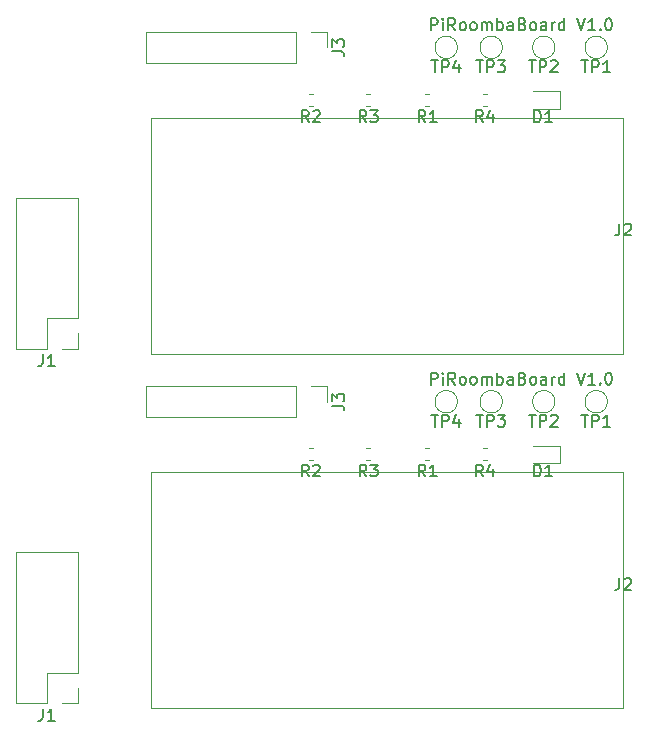
<source format=gto>
G04 #@! TF.GenerationSoftware,KiCad,Pcbnew,(5.1.4-0)*
G04 #@! TF.CreationDate,2019-09-26T23:54:48+09:00*
G04 #@! TF.ProjectId,PiRoombaBoard_ALL,5069526f-6f6d-4626-9142-6f6172645f41,1*
G04 #@! TF.SameCoordinates,PX490d2c0PY808e280*
G04 #@! TF.FileFunction,Legend,Top*
G04 #@! TF.FilePolarity,Positive*
%FSLAX46Y46*%
G04 Gerber Fmt 4.6, Leading zero omitted, Abs format (unit mm)*
G04 Created by KiCad (PCBNEW (5.1.4-0)) date 2019-09-26 23:54:48*
%MOMM*%
%LPD*%
G04 APERTURE LIST*
%ADD10C,0.150000*%
%ADD11C,0.120000*%
G04 APERTURE END LIST*
D10*
X36807142Y58122620D02*
X36807142Y59122620D01*
X37188095Y59122620D01*
X37283333Y59075000D01*
X37330952Y59027381D01*
X37378571Y58932143D01*
X37378571Y58789286D01*
X37330952Y58694048D01*
X37283333Y58646429D01*
X37188095Y58598810D01*
X36807142Y58598810D01*
X37807142Y58122620D02*
X37807142Y58789286D01*
X37807142Y59122620D02*
X37759523Y59075000D01*
X37807142Y59027381D01*
X37854761Y59075000D01*
X37807142Y59122620D01*
X37807142Y59027381D01*
X38854761Y58122620D02*
X38521428Y58598810D01*
X38283333Y58122620D02*
X38283333Y59122620D01*
X38664285Y59122620D01*
X38759523Y59075000D01*
X38807142Y59027381D01*
X38854761Y58932143D01*
X38854761Y58789286D01*
X38807142Y58694048D01*
X38759523Y58646429D01*
X38664285Y58598810D01*
X38283333Y58598810D01*
X39426190Y58122620D02*
X39330952Y58170239D01*
X39283333Y58217858D01*
X39235714Y58313096D01*
X39235714Y58598810D01*
X39283333Y58694048D01*
X39330952Y58741667D01*
X39426190Y58789286D01*
X39569047Y58789286D01*
X39664285Y58741667D01*
X39711904Y58694048D01*
X39759523Y58598810D01*
X39759523Y58313096D01*
X39711904Y58217858D01*
X39664285Y58170239D01*
X39569047Y58122620D01*
X39426190Y58122620D01*
X40330952Y58122620D02*
X40235714Y58170239D01*
X40188095Y58217858D01*
X40140476Y58313096D01*
X40140476Y58598810D01*
X40188095Y58694048D01*
X40235714Y58741667D01*
X40330952Y58789286D01*
X40473809Y58789286D01*
X40569047Y58741667D01*
X40616666Y58694048D01*
X40664285Y58598810D01*
X40664285Y58313096D01*
X40616666Y58217858D01*
X40569047Y58170239D01*
X40473809Y58122620D01*
X40330952Y58122620D01*
X41092857Y58122620D02*
X41092857Y58789286D01*
X41092857Y58694048D02*
X41140476Y58741667D01*
X41235714Y58789286D01*
X41378571Y58789286D01*
X41473809Y58741667D01*
X41521428Y58646429D01*
X41521428Y58122620D01*
X41521428Y58646429D02*
X41569047Y58741667D01*
X41664285Y58789286D01*
X41807142Y58789286D01*
X41902380Y58741667D01*
X41950000Y58646429D01*
X41950000Y58122620D01*
X42426190Y58122620D02*
X42426190Y59122620D01*
X42426190Y58741667D02*
X42521428Y58789286D01*
X42711904Y58789286D01*
X42807142Y58741667D01*
X42854761Y58694048D01*
X42902380Y58598810D01*
X42902380Y58313096D01*
X42854761Y58217858D01*
X42807142Y58170239D01*
X42711904Y58122620D01*
X42521428Y58122620D01*
X42426190Y58170239D01*
X43759523Y58122620D02*
X43759523Y58646429D01*
X43711904Y58741667D01*
X43616666Y58789286D01*
X43426190Y58789286D01*
X43330952Y58741667D01*
X43759523Y58170239D02*
X43664285Y58122620D01*
X43426190Y58122620D01*
X43330952Y58170239D01*
X43283333Y58265477D01*
X43283333Y58360715D01*
X43330952Y58455953D01*
X43426190Y58503572D01*
X43664285Y58503572D01*
X43759523Y58551191D01*
X44569047Y58646429D02*
X44711904Y58598810D01*
X44759523Y58551191D01*
X44807142Y58455953D01*
X44807142Y58313096D01*
X44759523Y58217858D01*
X44711904Y58170239D01*
X44616666Y58122620D01*
X44235714Y58122620D01*
X44235714Y59122620D01*
X44569047Y59122620D01*
X44664285Y59075000D01*
X44711904Y59027381D01*
X44759523Y58932143D01*
X44759523Y58836905D01*
X44711904Y58741667D01*
X44664285Y58694048D01*
X44569047Y58646429D01*
X44235714Y58646429D01*
X45378571Y58122620D02*
X45283333Y58170239D01*
X45235714Y58217858D01*
X45188095Y58313096D01*
X45188095Y58598810D01*
X45235714Y58694048D01*
X45283333Y58741667D01*
X45378571Y58789286D01*
X45521428Y58789286D01*
X45616666Y58741667D01*
X45664285Y58694048D01*
X45711904Y58598810D01*
X45711904Y58313096D01*
X45664285Y58217858D01*
X45616666Y58170239D01*
X45521428Y58122620D01*
X45378571Y58122620D01*
X46569047Y58122620D02*
X46569047Y58646429D01*
X46521428Y58741667D01*
X46426190Y58789286D01*
X46235714Y58789286D01*
X46140476Y58741667D01*
X46569047Y58170239D02*
X46473809Y58122620D01*
X46235714Y58122620D01*
X46140476Y58170239D01*
X46092857Y58265477D01*
X46092857Y58360715D01*
X46140476Y58455953D01*
X46235714Y58503572D01*
X46473809Y58503572D01*
X46569047Y58551191D01*
X47045238Y58122620D02*
X47045238Y58789286D01*
X47045238Y58598810D02*
X47092857Y58694048D01*
X47140476Y58741667D01*
X47235714Y58789286D01*
X47330952Y58789286D01*
X48092857Y58122620D02*
X48092857Y59122620D01*
X48092857Y58170239D02*
X47997619Y58122620D01*
X47807142Y58122620D01*
X47711904Y58170239D01*
X47664285Y58217858D01*
X47616666Y58313096D01*
X47616666Y58598810D01*
X47664285Y58694048D01*
X47711904Y58741667D01*
X47807142Y58789286D01*
X47997619Y58789286D01*
X48092857Y58741667D01*
X49188095Y59122620D02*
X49521428Y58122620D01*
X49854761Y59122620D01*
X50711904Y58122620D02*
X50140476Y58122620D01*
X50426190Y58122620D02*
X50426190Y59122620D01*
X50330952Y58979762D01*
X50235714Y58884524D01*
X50140476Y58836905D01*
X51140476Y58217858D02*
X51188095Y58170239D01*
X51140476Y58122620D01*
X51092857Y58170239D01*
X51140476Y58217858D01*
X51140476Y58122620D01*
X51807142Y59122620D02*
X51902380Y59122620D01*
X51997619Y59075000D01*
X52045238Y59027381D01*
X52092857Y58932143D01*
X52140476Y58741667D01*
X52140476Y58503572D01*
X52092857Y58313096D01*
X52045238Y58217858D01*
X51997619Y58170239D01*
X51902380Y58122620D01*
X51807142Y58122620D01*
X51711904Y58170239D01*
X51664285Y58217858D01*
X51616666Y58313096D01*
X51569047Y58503572D01*
X51569047Y58741667D01*
X51616666Y58932143D01*
X51664285Y59027381D01*
X51711904Y59075000D01*
X51807142Y59122620D01*
X36807142Y28122620D02*
X36807142Y29122620D01*
X37188095Y29122620D01*
X37283333Y29075000D01*
X37330952Y29027381D01*
X37378571Y28932143D01*
X37378571Y28789286D01*
X37330952Y28694048D01*
X37283333Y28646429D01*
X37188095Y28598810D01*
X36807142Y28598810D01*
X37807142Y28122620D02*
X37807142Y28789286D01*
X37807142Y29122620D02*
X37759523Y29075000D01*
X37807142Y29027381D01*
X37854761Y29075000D01*
X37807142Y29122620D01*
X37807142Y29027381D01*
X38854761Y28122620D02*
X38521428Y28598810D01*
X38283333Y28122620D02*
X38283333Y29122620D01*
X38664285Y29122620D01*
X38759523Y29075000D01*
X38807142Y29027381D01*
X38854761Y28932143D01*
X38854761Y28789286D01*
X38807142Y28694048D01*
X38759523Y28646429D01*
X38664285Y28598810D01*
X38283333Y28598810D01*
X39426190Y28122620D02*
X39330952Y28170239D01*
X39283333Y28217858D01*
X39235714Y28313096D01*
X39235714Y28598810D01*
X39283333Y28694048D01*
X39330952Y28741667D01*
X39426190Y28789286D01*
X39569047Y28789286D01*
X39664285Y28741667D01*
X39711904Y28694048D01*
X39759523Y28598810D01*
X39759523Y28313096D01*
X39711904Y28217858D01*
X39664285Y28170239D01*
X39569047Y28122620D01*
X39426190Y28122620D01*
X40330952Y28122620D02*
X40235714Y28170239D01*
X40188095Y28217858D01*
X40140476Y28313096D01*
X40140476Y28598810D01*
X40188095Y28694048D01*
X40235714Y28741667D01*
X40330952Y28789286D01*
X40473809Y28789286D01*
X40569047Y28741667D01*
X40616666Y28694048D01*
X40664285Y28598810D01*
X40664285Y28313096D01*
X40616666Y28217858D01*
X40569047Y28170239D01*
X40473809Y28122620D01*
X40330952Y28122620D01*
X41092857Y28122620D02*
X41092857Y28789286D01*
X41092857Y28694048D02*
X41140476Y28741667D01*
X41235714Y28789286D01*
X41378571Y28789286D01*
X41473809Y28741667D01*
X41521428Y28646429D01*
X41521428Y28122620D01*
X41521428Y28646429D02*
X41569047Y28741667D01*
X41664285Y28789286D01*
X41807142Y28789286D01*
X41902380Y28741667D01*
X41950000Y28646429D01*
X41950000Y28122620D01*
X42426190Y28122620D02*
X42426190Y29122620D01*
X42426190Y28741667D02*
X42521428Y28789286D01*
X42711904Y28789286D01*
X42807142Y28741667D01*
X42854761Y28694048D01*
X42902380Y28598810D01*
X42902380Y28313096D01*
X42854761Y28217858D01*
X42807142Y28170239D01*
X42711904Y28122620D01*
X42521428Y28122620D01*
X42426190Y28170239D01*
X43759523Y28122620D02*
X43759523Y28646429D01*
X43711904Y28741667D01*
X43616666Y28789286D01*
X43426190Y28789286D01*
X43330952Y28741667D01*
X43759523Y28170239D02*
X43664285Y28122620D01*
X43426190Y28122620D01*
X43330952Y28170239D01*
X43283333Y28265477D01*
X43283333Y28360715D01*
X43330952Y28455953D01*
X43426190Y28503572D01*
X43664285Y28503572D01*
X43759523Y28551191D01*
X44569047Y28646429D02*
X44711904Y28598810D01*
X44759523Y28551191D01*
X44807142Y28455953D01*
X44807142Y28313096D01*
X44759523Y28217858D01*
X44711904Y28170239D01*
X44616666Y28122620D01*
X44235714Y28122620D01*
X44235714Y29122620D01*
X44569047Y29122620D01*
X44664285Y29075000D01*
X44711904Y29027381D01*
X44759523Y28932143D01*
X44759523Y28836905D01*
X44711904Y28741667D01*
X44664285Y28694048D01*
X44569047Y28646429D01*
X44235714Y28646429D01*
X45378571Y28122620D02*
X45283333Y28170239D01*
X45235714Y28217858D01*
X45188095Y28313096D01*
X45188095Y28598810D01*
X45235714Y28694048D01*
X45283333Y28741667D01*
X45378571Y28789286D01*
X45521428Y28789286D01*
X45616666Y28741667D01*
X45664285Y28694048D01*
X45711904Y28598810D01*
X45711904Y28313096D01*
X45664285Y28217858D01*
X45616666Y28170239D01*
X45521428Y28122620D01*
X45378571Y28122620D01*
X46569047Y28122620D02*
X46569047Y28646429D01*
X46521428Y28741667D01*
X46426190Y28789286D01*
X46235714Y28789286D01*
X46140476Y28741667D01*
X46569047Y28170239D02*
X46473809Y28122620D01*
X46235714Y28122620D01*
X46140476Y28170239D01*
X46092857Y28265477D01*
X46092857Y28360715D01*
X46140476Y28455953D01*
X46235714Y28503572D01*
X46473809Y28503572D01*
X46569047Y28551191D01*
X47045238Y28122620D02*
X47045238Y28789286D01*
X47045238Y28598810D02*
X47092857Y28694048D01*
X47140476Y28741667D01*
X47235714Y28789286D01*
X47330952Y28789286D01*
X48092857Y28122620D02*
X48092857Y29122620D01*
X48092857Y28170239D02*
X47997619Y28122620D01*
X47807142Y28122620D01*
X47711904Y28170239D01*
X47664285Y28217858D01*
X47616666Y28313096D01*
X47616666Y28598810D01*
X47664285Y28694048D01*
X47711904Y28741667D01*
X47807142Y28789286D01*
X47997619Y28789286D01*
X48092857Y28741667D01*
X49188095Y29122620D02*
X49521428Y28122620D01*
X49854761Y29122620D01*
X50711904Y28122620D02*
X50140476Y28122620D01*
X50426190Y28122620D02*
X50426190Y29122620D01*
X50330952Y28979762D01*
X50235714Y28884524D01*
X50140476Y28836905D01*
X51140476Y28217858D02*
X51188095Y28170239D01*
X51140476Y28122620D01*
X51092857Y28170239D01*
X51140476Y28217858D01*
X51140476Y28122620D01*
X51807142Y29122620D02*
X51902380Y29122620D01*
X51997619Y29075000D01*
X52045238Y29027381D01*
X52092857Y28932143D01*
X52140476Y28741667D01*
X52140476Y28503572D01*
X52092857Y28313096D01*
X52045238Y28217858D01*
X51997619Y28170239D01*
X51902380Y28122620D01*
X51807142Y28122620D01*
X51711904Y28170239D01*
X51664285Y28217858D01*
X51616666Y28313096D01*
X51569047Y28503572D01*
X51569047Y28741667D01*
X51616666Y28932143D01*
X51664285Y29027381D01*
X51711904Y29075000D01*
X51807142Y29122620D01*
D11*
X13090000Y30695000D02*
X53090000Y30695000D01*
X13090000Y50695000D02*
X13090000Y30695000D01*
X53090000Y50695000D02*
X13090000Y50695000D01*
X53090000Y30695000D02*
X53090000Y50695000D01*
X39050000Y56670000D02*
G75*
G03X39050000Y56670000I-950000J0D01*
G01*
X42860000Y56670000D02*
G75*
G03X42860000Y56670000I-950000J0D01*
G01*
X47305000Y56670000D02*
G75*
G03X47305000Y56670000I-950000J0D01*
G01*
X51750000Y56670000D02*
G75*
G03X51750000Y56670000I-950000J0D01*
G01*
X41546267Y52735000D02*
X41203733Y52735000D01*
X41546267Y51715000D02*
X41203733Y51715000D01*
X36671267Y51715000D02*
X36328733Y51715000D01*
X36671267Y52735000D02*
X36328733Y52735000D01*
X26796267Y51715000D02*
X26453733Y51715000D01*
X26796267Y52735000D02*
X26453733Y52735000D01*
X31671267Y52735000D02*
X31328733Y52735000D01*
X31671267Y51715000D02*
X31328733Y51715000D01*
X6885000Y31130000D02*
X5555000Y31130000D01*
X6885000Y32460000D02*
X6885000Y31130000D01*
X4285000Y31130000D02*
X1685000Y31130000D01*
X4285000Y33730000D02*
X4285000Y31130000D01*
X6885000Y33730000D02*
X4285000Y33730000D01*
X1685000Y31130000D02*
X1685000Y43950000D01*
X6885000Y33730000D02*
X6885000Y43950000D01*
X6885000Y43950000D02*
X1685000Y43950000D01*
X47772500Y52960000D02*
X45487500Y52960000D01*
X47772500Y51490000D02*
X47772500Y52960000D01*
X45487500Y51490000D02*
X47772500Y51490000D01*
X28000000Y58000000D02*
X28000000Y56670000D01*
X26670000Y58000000D02*
X28000000Y58000000D01*
X25400000Y58000000D02*
X25400000Y55340000D01*
X25400000Y55340000D02*
X12640000Y55340000D01*
X25400000Y58000000D02*
X12640000Y58000000D01*
X12640000Y58000000D02*
X12640000Y55340000D01*
X45487500Y21490000D02*
X47772500Y21490000D01*
X47772500Y21490000D02*
X47772500Y22960000D01*
X47772500Y22960000D02*
X45487500Y22960000D01*
X6885000Y13950000D02*
X1685000Y13950000D01*
X6885000Y3730000D02*
X6885000Y13950000D01*
X1685000Y1130000D02*
X1685000Y13950000D01*
X6885000Y3730000D02*
X4285000Y3730000D01*
X4285000Y3730000D02*
X4285000Y1130000D01*
X4285000Y1130000D02*
X1685000Y1130000D01*
X6885000Y2460000D02*
X6885000Y1130000D01*
X6885000Y1130000D02*
X5555000Y1130000D01*
X53090000Y695000D02*
X53090000Y20695000D01*
X53090000Y20695000D02*
X13090000Y20695000D01*
X13090000Y20695000D02*
X13090000Y695000D01*
X13090000Y695000D02*
X53090000Y695000D01*
X12640000Y28000000D02*
X12640000Y25340000D01*
X25400000Y28000000D02*
X12640000Y28000000D01*
X25400000Y25340000D02*
X12640000Y25340000D01*
X25400000Y28000000D02*
X25400000Y25340000D01*
X26670000Y28000000D02*
X28000000Y28000000D01*
X28000000Y28000000D02*
X28000000Y26670000D01*
X36671267Y22735000D02*
X36328733Y22735000D01*
X36671267Y21715000D02*
X36328733Y21715000D01*
X26796267Y22735000D02*
X26453733Y22735000D01*
X26796267Y21715000D02*
X26453733Y21715000D01*
X31671267Y21715000D02*
X31328733Y21715000D01*
X31671267Y22735000D02*
X31328733Y22735000D01*
X41546267Y21715000D02*
X41203733Y21715000D01*
X41546267Y22735000D02*
X41203733Y22735000D01*
X51750000Y26670000D02*
G75*
G03X51750000Y26670000I-950000J0D01*
G01*
X47305000Y26670000D02*
G75*
G03X47305000Y26670000I-950000J0D01*
G01*
X42860000Y26670000D02*
G75*
G03X42860000Y26670000I-950000J0D01*
G01*
X39050000Y26670000D02*
G75*
G03X39050000Y26670000I-950000J0D01*
G01*
D10*
X52756666Y41742620D02*
X52756666Y41028334D01*
X52709047Y40885477D01*
X52613809Y40790239D01*
X52470952Y40742620D01*
X52375714Y40742620D01*
X53185238Y41647381D02*
X53232857Y41695000D01*
X53328095Y41742620D01*
X53566190Y41742620D01*
X53661428Y41695000D01*
X53709047Y41647381D01*
X53756666Y41552143D01*
X53756666Y41456905D01*
X53709047Y41314048D01*
X53137619Y40742620D01*
X53756666Y40742620D01*
X36838095Y55569620D02*
X37409523Y55569620D01*
X37123809Y54569620D02*
X37123809Y55569620D01*
X37742857Y54569620D02*
X37742857Y55569620D01*
X38123809Y55569620D01*
X38219047Y55522000D01*
X38266666Y55474381D01*
X38314285Y55379143D01*
X38314285Y55236286D01*
X38266666Y55141048D01*
X38219047Y55093429D01*
X38123809Y55045810D01*
X37742857Y55045810D01*
X39171428Y55236286D02*
X39171428Y54569620D01*
X38933333Y55617239D02*
X38695238Y54902953D01*
X39314285Y54902953D01*
X40648095Y55569620D02*
X41219523Y55569620D01*
X40933809Y54569620D02*
X40933809Y55569620D01*
X41552857Y54569620D02*
X41552857Y55569620D01*
X41933809Y55569620D01*
X42029047Y55522000D01*
X42076666Y55474381D01*
X42124285Y55379143D01*
X42124285Y55236286D01*
X42076666Y55141048D01*
X42029047Y55093429D01*
X41933809Y55045810D01*
X41552857Y55045810D01*
X42457619Y55569620D02*
X43076666Y55569620D01*
X42743333Y55188667D01*
X42886190Y55188667D01*
X42981428Y55141048D01*
X43029047Y55093429D01*
X43076666Y54998191D01*
X43076666Y54760096D01*
X43029047Y54664858D01*
X42981428Y54617239D01*
X42886190Y54569620D01*
X42600476Y54569620D01*
X42505238Y54617239D01*
X42457619Y54664858D01*
X45093095Y55569620D02*
X45664523Y55569620D01*
X45378809Y54569620D02*
X45378809Y55569620D01*
X45997857Y54569620D02*
X45997857Y55569620D01*
X46378809Y55569620D01*
X46474047Y55522000D01*
X46521666Y55474381D01*
X46569285Y55379143D01*
X46569285Y55236286D01*
X46521666Y55141048D01*
X46474047Y55093429D01*
X46378809Y55045810D01*
X45997857Y55045810D01*
X46950238Y55474381D02*
X46997857Y55522000D01*
X47093095Y55569620D01*
X47331190Y55569620D01*
X47426428Y55522000D01*
X47474047Y55474381D01*
X47521666Y55379143D01*
X47521666Y55283905D01*
X47474047Y55141048D01*
X46902619Y54569620D01*
X47521666Y54569620D01*
X49538095Y55569620D02*
X50109523Y55569620D01*
X49823809Y54569620D02*
X49823809Y55569620D01*
X50442857Y54569620D02*
X50442857Y55569620D01*
X50823809Y55569620D01*
X50919047Y55522000D01*
X50966666Y55474381D01*
X51014285Y55379143D01*
X51014285Y55236286D01*
X50966666Y55141048D01*
X50919047Y55093429D01*
X50823809Y55045810D01*
X50442857Y55045810D01*
X51966666Y54569620D02*
X51395238Y54569620D01*
X51680952Y54569620D02*
X51680952Y55569620D01*
X51585714Y55426762D01*
X51490476Y55331524D01*
X51395238Y55283905D01*
X41208333Y50342620D02*
X40875000Y50818810D01*
X40636904Y50342620D02*
X40636904Y51342620D01*
X41017857Y51342620D01*
X41113095Y51295000D01*
X41160714Y51247381D01*
X41208333Y51152143D01*
X41208333Y51009286D01*
X41160714Y50914048D01*
X41113095Y50866429D01*
X41017857Y50818810D01*
X40636904Y50818810D01*
X42065476Y51009286D02*
X42065476Y50342620D01*
X41827380Y51390239D02*
X41589285Y50675953D01*
X42208333Y50675953D01*
X36333333Y50342620D02*
X36000000Y50818810D01*
X35761904Y50342620D02*
X35761904Y51342620D01*
X36142857Y51342620D01*
X36238095Y51295000D01*
X36285714Y51247381D01*
X36333333Y51152143D01*
X36333333Y51009286D01*
X36285714Y50914048D01*
X36238095Y50866429D01*
X36142857Y50818810D01*
X35761904Y50818810D01*
X37285714Y50342620D02*
X36714285Y50342620D01*
X37000000Y50342620D02*
X37000000Y51342620D01*
X36904761Y51199762D01*
X36809523Y51104524D01*
X36714285Y51056905D01*
X26458333Y50342620D02*
X26125000Y50818810D01*
X25886904Y50342620D02*
X25886904Y51342620D01*
X26267857Y51342620D01*
X26363095Y51295000D01*
X26410714Y51247381D01*
X26458333Y51152143D01*
X26458333Y51009286D01*
X26410714Y50914048D01*
X26363095Y50866429D01*
X26267857Y50818810D01*
X25886904Y50818810D01*
X26839285Y51247381D02*
X26886904Y51295000D01*
X26982142Y51342620D01*
X27220238Y51342620D01*
X27315476Y51295000D01*
X27363095Y51247381D01*
X27410714Y51152143D01*
X27410714Y51056905D01*
X27363095Y50914048D01*
X26791666Y50342620D01*
X27410714Y50342620D01*
X31333333Y50342620D02*
X31000000Y50818810D01*
X30761904Y50342620D02*
X30761904Y51342620D01*
X31142857Y51342620D01*
X31238095Y51295000D01*
X31285714Y51247381D01*
X31333333Y51152143D01*
X31333333Y51009286D01*
X31285714Y50914048D01*
X31238095Y50866429D01*
X31142857Y50818810D01*
X30761904Y50818810D01*
X31666666Y51342620D02*
X32285714Y51342620D01*
X31952380Y50961667D01*
X32095238Y50961667D01*
X32190476Y50914048D01*
X32238095Y50866429D01*
X32285714Y50771191D01*
X32285714Y50533096D01*
X32238095Y50437858D01*
X32190476Y50390239D01*
X32095238Y50342620D01*
X31809523Y50342620D01*
X31714285Y50390239D01*
X31666666Y50437858D01*
X3951666Y30677620D02*
X3951666Y29963334D01*
X3904047Y29820477D01*
X3808809Y29725239D01*
X3665952Y29677620D01*
X3570714Y29677620D01*
X4951666Y29677620D02*
X4380238Y29677620D01*
X4665952Y29677620D02*
X4665952Y30677620D01*
X4570714Y30534762D01*
X4475476Y30439524D01*
X4380238Y30391905D01*
X45549404Y50342620D02*
X45549404Y51342620D01*
X45787500Y51342620D01*
X45930357Y51295000D01*
X46025595Y51199762D01*
X46073214Y51104524D01*
X46120833Y50914048D01*
X46120833Y50771191D01*
X46073214Y50580715D01*
X46025595Y50485477D01*
X45930357Y50390239D01*
X45787500Y50342620D01*
X45549404Y50342620D01*
X47073214Y50342620D02*
X46501785Y50342620D01*
X46787500Y50342620D02*
X46787500Y51342620D01*
X46692261Y51199762D01*
X46597023Y51104524D01*
X46501785Y51056905D01*
X28452380Y56336667D02*
X29166666Y56336667D01*
X29309523Y56289048D01*
X29404761Y56193810D01*
X29452380Y56050953D01*
X29452380Y55955715D01*
X28452380Y56717620D02*
X28452380Y57336667D01*
X28833333Y57003334D01*
X28833333Y57146191D01*
X28880952Y57241429D01*
X28928571Y57289048D01*
X29023809Y57336667D01*
X29261904Y57336667D01*
X29357142Y57289048D01*
X29404761Y57241429D01*
X29452380Y57146191D01*
X29452380Y56860477D01*
X29404761Y56765239D01*
X29357142Y56717620D01*
X45549404Y20342620D02*
X45549404Y21342620D01*
X45787500Y21342620D01*
X45930357Y21295000D01*
X46025595Y21199762D01*
X46073214Y21104524D01*
X46120833Y20914048D01*
X46120833Y20771191D01*
X46073214Y20580715D01*
X46025595Y20485477D01*
X45930357Y20390239D01*
X45787500Y20342620D01*
X45549404Y20342620D01*
X47073214Y20342620D02*
X46501785Y20342620D01*
X46787500Y20342620D02*
X46787500Y21342620D01*
X46692261Y21199762D01*
X46597023Y21104524D01*
X46501785Y21056905D01*
X3951666Y677620D02*
X3951666Y-36666D01*
X3904047Y-179523D01*
X3808809Y-274761D01*
X3665952Y-322380D01*
X3570714Y-322380D01*
X4951666Y-322380D02*
X4380238Y-322380D01*
X4665952Y-322380D02*
X4665952Y677620D01*
X4570714Y534762D01*
X4475476Y439524D01*
X4380238Y391905D01*
X52756666Y11742620D02*
X52756666Y11028334D01*
X52709047Y10885477D01*
X52613809Y10790239D01*
X52470952Y10742620D01*
X52375714Y10742620D01*
X53185238Y11647381D02*
X53232857Y11695000D01*
X53328095Y11742620D01*
X53566190Y11742620D01*
X53661428Y11695000D01*
X53709047Y11647381D01*
X53756666Y11552143D01*
X53756666Y11456905D01*
X53709047Y11314048D01*
X53137619Y10742620D01*
X53756666Y10742620D01*
X28452380Y26336667D02*
X29166666Y26336667D01*
X29309523Y26289048D01*
X29404761Y26193810D01*
X29452380Y26050953D01*
X29452380Y25955715D01*
X28452380Y26717620D02*
X28452380Y27336667D01*
X28833333Y27003334D01*
X28833333Y27146191D01*
X28880952Y27241429D01*
X28928571Y27289048D01*
X29023809Y27336667D01*
X29261904Y27336667D01*
X29357142Y27289048D01*
X29404761Y27241429D01*
X29452380Y27146191D01*
X29452380Y26860477D01*
X29404761Y26765239D01*
X29357142Y26717620D01*
X36333333Y20342620D02*
X36000000Y20818810D01*
X35761904Y20342620D02*
X35761904Y21342620D01*
X36142857Y21342620D01*
X36238095Y21295000D01*
X36285714Y21247381D01*
X36333333Y21152143D01*
X36333333Y21009286D01*
X36285714Y20914048D01*
X36238095Y20866429D01*
X36142857Y20818810D01*
X35761904Y20818810D01*
X37285714Y20342620D02*
X36714285Y20342620D01*
X37000000Y20342620D02*
X37000000Y21342620D01*
X36904761Y21199762D01*
X36809523Y21104524D01*
X36714285Y21056905D01*
X26458333Y20342620D02*
X26125000Y20818810D01*
X25886904Y20342620D02*
X25886904Y21342620D01*
X26267857Y21342620D01*
X26363095Y21295000D01*
X26410714Y21247381D01*
X26458333Y21152143D01*
X26458333Y21009286D01*
X26410714Y20914048D01*
X26363095Y20866429D01*
X26267857Y20818810D01*
X25886904Y20818810D01*
X26839285Y21247381D02*
X26886904Y21295000D01*
X26982142Y21342620D01*
X27220238Y21342620D01*
X27315476Y21295000D01*
X27363095Y21247381D01*
X27410714Y21152143D01*
X27410714Y21056905D01*
X27363095Y20914048D01*
X26791666Y20342620D01*
X27410714Y20342620D01*
X31333333Y20342620D02*
X31000000Y20818810D01*
X30761904Y20342620D02*
X30761904Y21342620D01*
X31142857Y21342620D01*
X31238095Y21295000D01*
X31285714Y21247381D01*
X31333333Y21152143D01*
X31333333Y21009286D01*
X31285714Y20914048D01*
X31238095Y20866429D01*
X31142857Y20818810D01*
X30761904Y20818810D01*
X31666666Y21342620D02*
X32285714Y21342620D01*
X31952380Y20961667D01*
X32095238Y20961667D01*
X32190476Y20914048D01*
X32238095Y20866429D01*
X32285714Y20771191D01*
X32285714Y20533096D01*
X32238095Y20437858D01*
X32190476Y20390239D01*
X32095238Y20342620D01*
X31809523Y20342620D01*
X31714285Y20390239D01*
X31666666Y20437858D01*
X41208333Y20342620D02*
X40875000Y20818810D01*
X40636904Y20342620D02*
X40636904Y21342620D01*
X41017857Y21342620D01*
X41113095Y21295000D01*
X41160714Y21247381D01*
X41208333Y21152143D01*
X41208333Y21009286D01*
X41160714Y20914048D01*
X41113095Y20866429D01*
X41017857Y20818810D01*
X40636904Y20818810D01*
X42065476Y21009286D02*
X42065476Y20342620D01*
X41827380Y21390239D02*
X41589285Y20675953D01*
X42208333Y20675953D01*
X49538095Y25569620D02*
X50109523Y25569620D01*
X49823809Y24569620D02*
X49823809Y25569620D01*
X50442857Y24569620D02*
X50442857Y25569620D01*
X50823809Y25569620D01*
X50919047Y25522000D01*
X50966666Y25474381D01*
X51014285Y25379143D01*
X51014285Y25236286D01*
X50966666Y25141048D01*
X50919047Y25093429D01*
X50823809Y25045810D01*
X50442857Y25045810D01*
X51966666Y24569620D02*
X51395238Y24569620D01*
X51680952Y24569620D02*
X51680952Y25569620D01*
X51585714Y25426762D01*
X51490476Y25331524D01*
X51395238Y25283905D01*
X45093095Y25569620D02*
X45664523Y25569620D01*
X45378809Y24569620D02*
X45378809Y25569620D01*
X45997857Y24569620D02*
X45997857Y25569620D01*
X46378809Y25569620D01*
X46474047Y25522000D01*
X46521666Y25474381D01*
X46569285Y25379143D01*
X46569285Y25236286D01*
X46521666Y25141048D01*
X46474047Y25093429D01*
X46378809Y25045810D01*
X45997857Y25045810D01*
X46950238Y25474381D02*
X46997857Y25522000D01*
X47093095Y25569620D01*
X47331190Y25569620D01*
X47426428Y25522000D01*
X47474047Y25474381D01*
X47521666Y25379143D01*
X47521666Y25283905D01*
X47474047Y25141048D01*
X46902619Y24569620D01*
X47521666Y24569620D01*
X40648095Y25569620D02*
X41219523Y25569620D01*
X40933809Y24569620D02*
X40933809Y25569620D01*
X41552857Y24569620D02*
X41552857Y25569620D01*
X41933809Y25569620D01*
X42029047Y25522000D01*
X42076666Y25474381D01*
X42124285Y25379143D01*
X42124285Y25236286D01*
X42076666Y25141048D01*
X42029047Y25093429D01*
X41933809Y25045810D01*
X41552857Y25045810D01*
X42457619Y25569620D02*
X43076666Y25569620D01*
X42743333Y25188667D01*
X42886190Y25188667D01*
X42981428Y25141048D01*
X43029047Y25093429D01*
X43076666Y24998191D01*
X43076666Y24760096D01*
X43029047Y24664858D01*
X42981428Y24617239D01*
X42886190Y24569620D01*
X42600476Y24569620D01*
X42505238Y24617239D01*
X42457619Y24664858D01*
X36838095Y25569620D02*
X37409523Y25569620D01*
X37123809Y24569620D02*
X37123809Y25569620D01*
X37742857Y24569620D02*
X37742857Y25569620D01*
X38123809Y25569620D01*
X38219047Y25522000D01*
X38266666Y25474381D01*
X38314285Y25379143D01*
X38314285Y25236286D01*
X38266666Y25141048D01*
X38219047Y25093429D01*
X38123809Y25045810D01*
X37742857Y25045810D01*
X39171428Y25236286D02*
X39171428Y24569620D01*
X38933333Y25617239D02*
X38695238Y24902953D01*
X39314285Y24902953D01*
M02*

</source>
